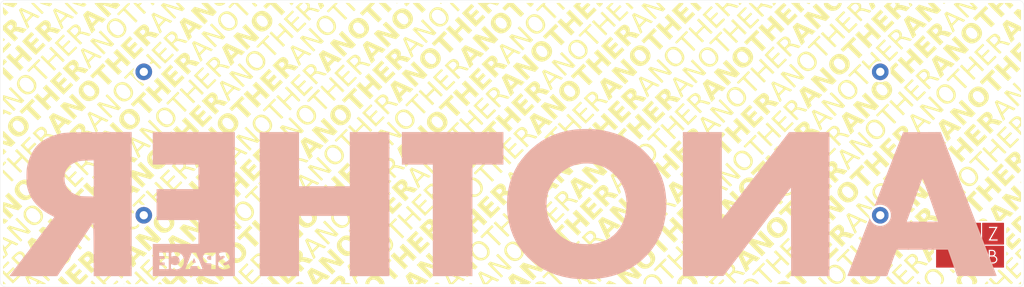
<source format=kicad_pcb>
(kicad_pcb (version 20240108) (generator "pcbnew") (generator_version "8.0")
  (layers (0 "F.Cu" signal) (31 "B.Cu" signal) (34 "B.Paste" user) (35 "F.Paste" user) (36 "B.SilkS" user "B.Silkscreen") (37 "F.SilkS" user "F.Silkscreen") (38 "B.Mask" user) (39 "F.Mask" user) (44 "Edge.Cuts" user))
  (net 0 "")
  (footprint "MountingHole:MountingHole_2.2mm_M2_Pad" (layer "F.Cu") (at 246.0625 58.7375)
    (property "Reference" "H2" (hide yes))
    (property "Value" "MountingHole")
    (pad "1" thru_hole circle (at 0 0) (size 4.4 4.4) (drill 2.2) (layers "*.Cu" "*.Mask"))
  )
  (footprint "LOGO" (layer "F.Cu") (at 148.43125 77.7875)
    (property "Reference" "G***" (hide yes))
    (property "Value" "LOGO" (hide yes))
  )
  (footprint "MountingHole:MountingHole_2.2mm_M2_Pad" (layer "F.Cu") (at 50.8 96.8375)
    (property "Reference" "H3" (hide yes))
    (property "Value" "MountingHole")
    (pad "1" thru_hole circle (at 0 0) (size 4.4 4.4) (drill 2.2) (layers "*.Cu" "*.Mask"))
  )
  (footprint "MountingHole:MountingHole_2.2mm_M2_Pad" (layer "F.Cu") (at 246.0625 96.8375)
    (property "Reference" "H4" (hide yes))
    (property "Value" "MountingHole")
    (pad "1" thru_hole circle (at 0 0) (size 4.4 4.4) (drill 2.2) (layers "*.Cu" "*.Mask"))
  )
  (footprint "MountingHole:MountingHole_2.2mm_M2_Pad" (layer "F.Cu") (at 50.8 58.7375)
    (property "Reference" "H1" (hide yes))
    (property "Value" "MountingHole")
    (pad "1" thru_hole circle (at 0 0) (size 4.4 4.4) (drill 2.2) (layers "*.Cu" "*.Mask"))
  )
  (footprint "graphics:mhz-logo-cu-mask" (layer "F.Cu") (at 269.875 104.65)
    (property "Reference" "REF**" (hide yes))
    (property "Value" "mhz-logo-cu-mask")
    (fp_poly (pts (xy -3.245521 0.3264) (xy -3.200605 0.371316) (xy -3.200605 3.185658) (xy -3.200605 6) (xy -3.245521 6.044916) (xy -3.290437 6.089832) (xy -6.104779 6.089832) (xy -8.919121 6.089832) (xy -8.964037 6.044916) (xy -9.008953 6) (xy -9.008953 3.185658) (xy -9.008953 0.371316) (xy -8.964037 0.3264) (xy -8.919121 0.281484) (xy -6.104779 0.281484) (xy -3.290437 0.281484)) (fill solid) (layer "F.Cu"))
    (fp_poly (pts (xy 5.730883 3.155193) (xy 5.882959 3.15575) (xy 6.007463 3.157313) (xy 6.107541 3.160003) (xy 6.18634 3.163945) (xy 6.247007 3.169261) (xy 6.29269 3.176074) (xy 6.299359 3.177426) (xy 6.452166 3.224286) (xy 6.587506 3.295567) (xy 6.703602 3.38964) (xy 6.798676 3.504874) (xy 6.870951 3.63964) (xy 6.903103 3.730811) (xy 6.919662 3.821372) (xy 6.924062 3.928133) (xy 6.916879 4.039325) (xy 6.898689 4.143181) (xy 6.879875 4.204796) (xy 6.818764 4.32457) (xy 6.732699 4.435287) (xy 6.627241 4.531533) (xy 6.507951 4.607894) (xy 6.430142 4.642632) (xy 6.374173 4.660917) (xy 6.311672 4.675621) (xy 6.238911 4.687067) (xy 6.152165 4.695576) (xy 6.047706 4.701472) (xy 5.921808 4.705076) (xy 5.770744 4.706712) (xy 5.687515 4.706892) (xy 5.266062 4.706892) (xy 5.266062 3.930909) (xy 5.266062 3.154926)) (fill solid) (layer "F.Cu"))
    (fp_poly (pts (xy 5.732307 1.665299) (xy 5.844928 1.668339) (xy 5.936087 1.674165) (xy 6.010398 1.683398) (xy 6.072479 1.696662) (xy 6.126943 1.714577) (xy 6.178407 1.737765) (xy 6.192563 1.745104) (xy 6.271601 1.797007) (xy 6.335968 1.863383) (xy 6.391538 1.950906) (xy 6.414474 1.997315) (xy 6.433764 2.042337) (xy 6.44599 2.082964) (xy 6.452691 2.128559) (xy 6.455408 2.188487) (xy 6.455759 2.248332) (xy 6.450124 2.36833) (xy 6.432038 2.466192) (xy 6.399025 2.548849) (xy 6.348608 2.623234) (xy 6.304745 2.671014) (xy 6.251671 2.719657) (xy 6.197818 2.758721) (xy 6.13911 2.789196) (xy 6.071467 2.812069) (xy 5.990813 2.828332) (xy 5.89307 2.838972) (xy 5.774159 2.844979) (xy 5.630004 2.847342) (xy 5.577223 2.84749) (xy 5.266062 2.847606) (xy 5.266062 2.256015) (xy 5.266062 1.664424) (xy 5.593609 1.664424)) (fill solid) (layer "F.Cu"))
    (fp_poly (pts (xy 2.854781 -5.773902) (xy 2.899697 -5.728986) (xy 2.899697 -2.914644) (xy 2.899697 -0.100302) (xy 2.854781 -0.055386) (xy 2.809865 -0.01047) (xy -0.004477 -0.01047) (xy -2.818819 -0.01047) (xy -2.863735 -0.055386) (xy -2.908651 -0.100302) (xy -2.908651 -2.914644) (xy -1.218391 -2.914644) (xy -1.218391 -1.08609) (xy -1.057048 -1.08609) (xy -0.895705 -1.08609) (xy -0.895705 -2.015857) (xy -0.895705 -2.945624) (xy -0.000635 -2.941659) (xy 0.894434 -2.937693) (xy 0.898396 -2.011892) (xy 0.902357 -1.08609) (xy 1.055897 -1.08609) (xy 1.209437 -1.08609) (xy 1.209437 -2.914644) (xy 1.209437 -4.743198) (xy 1.055777 -4.743198) (xy 0.902117 -4.743198) (xy 0.902117 -3.997947) (xy 0.902117 -3.252696) (xy 0.003206 -3.252696) (xy -0.895705 -3.252696) (xy -0.895705 -3.997947) (xy -0.895705 -4.743198) (xy -1.057048 -4.743198) (xy -1.218391 -4.743198) (xy -1.218391 -2.914644) (xy -2.908651 -2.914644) (xy -2.908651 -5.728986) (xy -2.863735 -5.773902) (xy -2.818819 -5.818818) (xy -0.004477 -5.818818) (xy 2.809865 -5.818818)) (fill solid) (layer "F.Cu"))
    (fp_poly (pts (xy 8.955084 0.3264) (xy 9 0.371316) (xy 9 3.185658) (xy 9 6) (xy 8.955084 6.044916) (xy 8.910168 6.089832) (xy 6.095826 6.089832) (xy 3.281483 6.089832) (xy 3.236567 6.044916) (xy 3.191651 6) (xy 3.191651 3.185658) (xy 4.943376 3.185658) (xy 4.943376 5.014212) (xy 5.56954 5.014096) (xy 5.721224 5.013662) (xy 5.862619 5.01247) (xy 5.990302 5.010594) (xy 6.10085 5.008112) (xy 6.19084 5.005101) (xy 6.256848 5.001636) (xy 6.294768 4.997907) (xy 6.469947 4.956111) (xy 6.635724 4.890303) (xy 6.786604 4.803191) (xy 6.917093 4.697481) (xy 6.92974 4.68506) (xy 7.041577 4.553681) (xy 7.127925 4.411486) (xy 7.189425 4.26144) (xy 7.226719 4.106509) (xy 7.240446 3.949657) (xy 7.231247 3.793851) (xy 7.199764 3.642054) (xy 7.146636 3.497233) (xy 7.072504 3.362353) (xy 6.97801 3.24038) (xy 6.863793 3.134277) (xy 6.730495 3.047011) (xy 6.578755 2.981547) (xy 6.560408 2.97563) (xy 6.504811 2.956831) (xy 6.464309 2.940281) (xy 6.44476 2.92852) (xy 6.44444 2.925398) (xy 6.462545 2.910896) (xy 6.496479 2.883902) (xy 6.528239 2.858707) (xy 6.618517 2.768104) (xy 6.690127 2.656122) (xy 6.741721 2.52677) (xy 6.771952 2.384056) (xy 6.779472 2.231988) (xy 6.772004 2.133685) (xy 6.738019 1.965458) (xy 6.680352 1.816659) (xy 6.599126 1.687468) (xy 6.494462 1.578065) (xy 6.366482 1.488629) (xy 6.318633 1.463272) (xy 6.262282 1.436778) (xy 6.208421 1.415039) (xy 6.153279 1.397597) (xy 6.093088 1.383989) (xy 6.024078 1.373757) (xy 5.942479 1.36644) (xy 5.844523 1.361577) (xy 5.72644 1.358709) (xy 5.584461 1.357376) (xy 5.449102 1.357104) (xy 4.943376 1.357104) (xy 4.943376 3.185658) (xy 3.191651 3.185658) (xy 3.191651 0.371316) (xy 3.236567 0.3264) (xy 3.281483 0.281484) (xy 6.095826 0.281484) (xy 8.910168 0.281484)) (fill solid) (layer "F.Cu"))
    (fp_poly (pts (xy 2.854781 0.3264) (xy 2.899697 0.371316) (xy 2.899697 3.185658) (xy 2.899697 6) (xy 2.854781 6.044916) (xy 2.809865 6.089832) (xy -0.004477 6.089832) (xy -2.818819 6.089832) (xy -2.863735 6.044916) (xy -2.908651 6) (xy -2.908651 3.185658) (xy -1.126195 3.185658) (xy -1.126195 5.014212) (xy -0.964852 5.014212) (xy -0.803509 5.014212) (xy -0.803509 4.141365) (xy -0.803509 3.268517) (xy -0.749058 3.215741) (xy -0.71246 3.185221) (xy -0.688866 3.176149) (xy -0.683752 3.179277) (xy -0.672924 3.193892) (xy -0.645006 3.231051) (xy -0.601471 3.288806) (xy -0.543791 3.365208) (xy -0.473441 3.458308) (xy -0.391892 3.566159) (xy -0.300617 3.686812) (xy -0.20109 3.818318) (xy -0.094782 3.958728) (xy 0.015927 4.104901) (xy 0.704752 5.014212) (xy 0.881172 5.014212) (xy 0.959341 5.013482) (xy 1.010576 5.011) (xy 1.038649 5.006326) (xy 1.047328 4.999021) (xy 1.046062 4.995005) (xy 1.035218 4.980009) (xy 1.007274 4.942353) (xy 0.963639 4.883911) (xy 0.905718 4.806559) (xy 0.834921 4.712171) (xy 0.752653 4.602622) (xy 0.660323 4.479786) (xy 0.559339 4.345539) (xy 0.451106 4.201754) (xy 0.337033 4.050307) (xy 0.287587 3.98469) (xy 0.17144 3.830527) (xy 0.060514 3.683198) (xy -0.043779 3.544584) (xy -0.140029 3.416562) (xy -0.226826 3.301013) (xy -0.302759 3.199816) (xy -0.366418 3.114849) (xy -0.416392 3.047991) (xy -0.451271 3.001122) (xy -0.469644 2.976121) (xy -0.472097 2.972596) (xy -0.467795 2.961351) (xy -0.448754 2.936253) (xy -0.414156 2.896447) (xy -0.363181 2.84108) (xy -0.295012 2.769296) (xy -0.208828 2.680242) (xy -0.103812 2.573064) (xy 0.020855 2.446908) (xy 0.165993 2.300919) (xy 0.312306 2.154357) (xy 1.109447 1.357104) (xy 0.90212 1.357104) (xy 0.694793 1.357104) (xy -0.054358 2.106138) (xy -0.803509 2.855172) (xy -0.803509 2.106138) (xy -0.803509 1.357104) (xy -0.964852 1.357104) (xy -1.126195 1.357104) (xy -1.126195 3.185658) (xy -2.908651 3.185658) (xy -2.908651 0.371316) (xy -2.863735 0.3264) (xy -2.818819 0.281484) (xy -0.004477 0.281484) (xy 2.809865 0.281484)) (fill solid) (layer "F.Cu"))
    (fp_poly (pts (xy 8.955084 -5.773902) (xy 9 -5.728986) (xy 9 -2.914644) (xy 9 -0.100302) (xy 8.955084 -0.055386) (xy 8.910168 -0.01047) (xy 6.095826 -0.01047) (xy 3.281483 -0.01047) (xy 3.236567 -0.055386) (xy 3.191651 -0.100302) (xy 3.191651 -1.108068) (xy 4.893828 -1.108068) (xy 4.896497 -1.103792) (xy 4.905216 -1.100108) (xy 4.921946 -1.096972) (xy 4.948648 -1.094341) (xy 4.987283 -1.092169) (xy 5.039811 -1.090414) (xy 5.108192 -1.089032) (xy 5.194389 -1.087978) (xy 5.30036 -1.087209) (xy 5.428068 -1.08668) (xy 5.579473 -1.086348) (xy 5.756534 -1.086169) (xy 5.961214 -1.086098) (xy 6.095285 -1.08609) (xy 7.30974 -1.08609) (xy 7.30974 -1.23975) (xy 7.30974 -1.39341) (xy 6.372414 -1.39341) (xy 6.205839 -1.393492) (xy 6.048727 -1.393727) (xy 5.903713 -1.394102) (xy 5.77343 -1.394602) (xy 5.660512 -1.395212) (xy 5.567593 -1.395918) (xy 5.497308 -1.396706) (xy 5.45229 -1.397562) (xy 5.435173 -1.39847) (xy 5.435088 -1.39854) (xy 5.442469 -1.412319) (xy 5.464007 -1.451257) (xy 5.498789 -1.513725) (xy 5.545903 -1.598098) (xy 5.604439 -1.702747) (xy 5.673483 -1.826047) (xy 5.752124 -1.966371) (xy 5.839451 -2.12209) (xy 5.934552 -2.29158) (xy 6.036515 -2.473212) (xy 6.144429 -2.66536) (xy 6.257381 -2.866396) (xy 6.357151 -3.043905) (xy 6.474009 -3.251792) (xy 6.586834 -3.452526) (xy 6.694693 -3.644449) (xy 6.796656 -3.8259) (xy 6.891789 -3.995221) (xy 6.979161 -4.150751) (xy 7.057839 -4.290831) (xy 7.126892 -4.413802) (xy 7.185387 -4.518003) (xy 7.232392 -4.601776) (xy 7.266975 -4.663461) (xy 7.288204 -4.701399) (xy 7.295018 -4.71367) (xy 7.297349 -4.71919) (xy 7.296676 -4.723975) (xy 7.29098 -4.728079) (xy 7.278243 -4.731552) (xy 7.256447 -4.734449) (xy 7.223574 -4.736821) (xy 7.177603 -4.73872) (xy 7.116518 -4.740199) (xy 7.0383 -4.741311) (xy 6.94093 -4.742108) (xy 6.822389 -4.742642) (xy 6.68066 -4.742965) (xy 6.513724 -4.743131) (xy 6.319562 -4.743191) (xy 6.15783 -4.743198) (xy 5.00484 -4.743198) (xy 5.00484 -4.589538) (xy 5.00484 -4.435878) (xy 5.896068 -4.435878) (xy 6.059357 -4.435656) (xy 6.212793 -4.435013) (xy 6.353706 -4.433992) (xy 6.47943 -4.432631) (xy 6.587296 -4.43097) (xy 6.674636 -4.42905) (xy 6.738784 -4.42691) (xy 6.77707 -4.424589) (xy 6.787296 -4.422566) (xy 6.779787 -4.40781) (xy 6.75788 -4.368044) (xy 6.7225 -4.304894) (xy 6.674575 -4.219987) (xy 6.615031 -4.114951) (xy 6.544796 -3.991412) (xy 6.464796 -3.850999) (xy 6.375959 -3.695336) (xy 6.27921 -3.526053) (xy 6.175478 -3.344775) (xy 6.065688 -3.153131) (xy 5.950768 -2.952746) (xy 5.848482 -2.774562) (xy 5.729643 -2.567623) (xy 5.614926 -2.367832) (xy 5.505275 -2.176838) (xy 5.401635 -1.996285) (xy 5.304949 -1.827819) (xy 5.216162 -1.673087) (xy 5.136219 -1.533735) (xy 5.066063 -1.411408) (xy 5.006638 -1.307752) (xy 4.95889 -1.224415) (xy 4.923763 -1.16304) (xy 4.9022 -1.125275) (xy 4.895249 -1.112981) (xy 4.893828 -1.108068) (xy 3.191651 -1.108068) (xy 3.191651 -2.914644) (xy 3.191651 -5.728986) (xy 3.236567 -5.773902) (xy 3.281483 -5.818818) (xy 6.095826 -5.818818) (xy 8.910168 -5.818818)) (fill solid) (layer "F.Cu"))
    (fp_poly (pts (xy -3.245521 -5.773902) (xy -3.200605 -5.728986) (xy -3.200605 -2.914644) (xy -3.200605 -0.100302) (xy -3.245521 -0.055386) (xy -3.290437 -0.01047) (xy -6.104779 -0.01047) (xy -8.919121 -0.01047) (xy -8.964037 -0.055386) (xy -9.008953 -0.100302) (xy -9.008953 -1.085379) (xy -8.283936 -1.085379) (xy -8.273995 -1.07752) (xy -8.248624 -1.073089) (xy -8.202621 -1.07114) (xy -8.135919 -1.070724) (xy -8.064511 -1.071379) (xy -8.018108 -1.073971) (xy -7.990999 -1.079445) (xy -7.977473 -1.088745) (xy -7.973157 -1.097615) (xy -7.96821 -1.116153) (xy -7.956219 -1.162329) (xy -7.937735 -1.234001) (xy -7.913305 -1.329028) (xy -7.883478 -1.445267) (xy -7.848804 -1.580578) (xy -7.80983 -1.732818) (xy -7.767107 -1.899846) (xy -7.721182 -2.079519) (xy -7.672604 -2.269697) (xy -7.621923 -2.468238) (xy -7.617929 -2.483891) (xy -7.567215 -2.682443) (xy -7.518602 -2.872403) (xy -7.472633 -3.051672) (xy -7.429851 -3.218151) (xy -7.390797 -3.369741) (xy -7.356014 -3.504342) (xy -7.326046 -3.619857) (xy -7.301433 -3.714185) (xy -7.282719 -3.785228) (xy -7.270447 -3.830887) (xy -7.265158 -3.849063) (xy -7.265037 -3.849284) (xy -7.256064 -3.840783) (xy -7.241477 -3.81215) (xy -7.237895 -3.803692) (xy -7.229195 -3.782266) (xy -7.209807 -3.734396) (xy -7.18056 -3.662131) (xy -7.142284 -3.567521) (xy -7.095806 -3.452613) (xy -7.041955 -3.319458) (xy -6.98156 -3.170105) (xy -6.915449 -3.006601) (xy -6.844451 -2.830997) (xy -6.769396 -2.64534) (xy -6.69111 -2.451681) (xy -6.665514 -2.388359) (xy -6.58681 -2.193872) (xy -6.511287 -2.007676) (xy -6.439747 -1.831721) (xy -6.372991 -1.667958) (xy -6.311819 -1.518336) (xy -6.257031 -1.384807) (xy -6.20943 -1.26932) (xy -6.169815 -1.173825) (xy -6.138987 -1.100273) (xy -6.117748 -1.050615) (xy -6.106897 -1.0268) (xy -6.105682 -1.024928) (xy -6.098837 -1.038901) (xy -6.081287 -1.079451) (xy -6.053823 -1.144655) (xy -6.017235 -1.232587) (xy -5.972312 -1.341323) (xy -5.919846 -1.46894) (xy -5.860627 -1.613513) (xy -5.795444 -1.773119) (xy -5.725089 -1.945832) (xy -5.65035 -2.129728) (xy -5.572019 -2.322885) (xy -5.529835 -2.427076) (xy -5.449849 -2.624603) (xy -5.37301 -2.814092) (xy -5.300114 -2.993596) (xy -5.231955 -3.16117) (xy -5.169328 -3.314867) (xy -5.113028 -3.452741) (xy -5.063851 -3.572848) (xy -5.022591 -3.67324) (xy -4.990044 -3.751973) (xy -4.967004 -3.807099) (xy -4.954267 -3.836674) (xy -4.951989 -3.841298) (xy -4.949832 -3.843345) (xy -4.947438 -3.843258) (xy -4.944368 -3.839367) (xy -4.940181 -3.830002) (xy -4.934437 -3.813492) (xy -4.926695 -3.788165) (xy -4.916516 -3.752353) (xy -4.90346 -3.704383) (xy -4.887085 -3.642585) (xy -4.866952 -3.565288) (xy -4.842621 -3.470823) (xy -4.813651 -3.357517) (xy -4.779603 -3.223701) (xy -4.740035 -3.067703) (xy -4.694509 -2.887854) (xy -4.642582 -2.682482) (xy -4.583816 -2.449916) (xy -4.547884 -2.307687) (xy -4.237331 -1.078407) (xy -4.080069 -1.074028) (xy -4.014775 -1.073228) (xy -3.962726 -1.074526) (xy -3.930342 -1.077645) (xy -3.922807 -1.080855) (xy -3.926543 -1.098074) (xy -3.937377 -1.14277) (xy -3.954747 -1.212757) (xy -3.978093 -1.305846) (xy -4.006855 -1.419851) (xy -4.040471 -1.552584) (xy -4.07838 -1.701857) (xy -4.120021 -1.865484) (xy -4.164834 -2.041277) (xy -4.212258 -2.227049) (xy -4.261731 -2.420612) (xy -4.312693 -2.619779) (xy -4.364584 -2.822363) (xy -4.416841 -3.026176) (xy -4.468905 -3.229031) (xy -4.520214 -3.428741) (xy -4.570207 -3.623118) (xy -4.618325 -3.809974) (xy -4.664004 -3.987123) (xy -4.706686 -4.152378) (xy -4.745809 -4.30355) (xy -4.780811 -4.438452) (xy -4.811133 -4.554898) (xy -4.836213 -4.6507) (xy -4.855491 -4.723669) (xy -4.868404 -4.77162) (xy -4.874394 -4.792365) (xy -4.874691 -4.793038) (xy -4.881655 -4.780668) (xy -4.899319 -4.741627) (xy -4.926921 -4.677756) (xy -4.963697 -4.590899) (xy -5.008887 -4.482897) (xy -5.061727 -4.355593) (xy -5.121455 -4.210829) (xy -5.187308 -4.050448) (xy -5.258523 -3.876292) (xy -5.334339 -3.690205) (xy -5.413993 -3.494027) (xy -5.490446 -3.305132) (xy -5.573044 -3.100898) (xy -5.652479 -2.904772) (xy -5.727988 -2.718621) (xy -5.798809 -2.544316) (xy -5.864177 -2.383724) (xy -5.92333 -2.238716) (xy -5.975504 -2.111159) (xy -6.019936 -2.002924) (xy -6.055863 -1.915877) (xy -6.082522 -1.85189) (xy -6.099149 -1.81283) (xy -6.104922 -1.800521) (xy -6.111702 -1.813742) (xy -6.129176 -1.853632) (xy -6.156583 -1.91834) (xy -6.193166 -2.006017) (xy -6.238165 -2.114813) (xy -6.290821 -2.242878) (xy -6.350375 -2.388362) (xy -6.416069 -2.549414) (xy -6.487143 -2.724186) (xy -6.562838 -2.910827) (xy -6.642396 -3.107488) (xy -6.719922 -3.29958) (xy -6.802434 -3.504081) (xy -6.881779 -3.700392) (xy -6.957197 -3.886655) (xy -7.02793 -4.061011) (xy -7.09322 -4.221602) (xy -7.152307 -4.366568) (xy -7.204434 -4.49405) (xy -7.248842 -4.602191) (xy -7.284771 -4.689132) (xy -7.311464 -4.753013) (xy -7.328161 -4.791977) (xy -7.334059 -4.804221) (xy -7.338415 -4.789711) (xy -7.349799 -4.747554) (xy -7.367665 -4.679885) (xy -7.391465 -4.588841) (xy -7.420652 -4.476558) (xy -7.454679 -4.345172) (xy -7.492998 -4.196819) (xy -7.535063 -4.033635) (xy -7.580326 -3.857756) (xy -7.628239 -3.671319) (xy -7.678256 -3.476459) (xy -7.72983 -3.275313) (xy -7.782412 -3.070016) (xy -7.835456 -2.862705) (xy -7.888415 -2.655516) (xy -7.940741 -2.450585) (xy -7.991888 -2.250048) (xy -8.041307 -2.056041) (xy -8.088451 -1.8707) (xy -8.132774 -1.696162) (xy -8.173729 -1.534562) (xy -8.210767 -1.388037) (xy -8.243341 -1.258723) (xy -8.270905 -1.148755) (xy -8.283651 -1.097615) (xy -8.283936 -1.085379) (xy -9.008953 -1.085379) (xy -9.008953 -2.914644) (xy -9.008953 -5.728986) (xy -8.964037 -5.773902) (xy -8.919121 -5.818818) (xy -6.104779 -5.818818) (xy -3.290437 -5.818818)) (fill solid) (layer "F.Cu"))
  )
  (footprint "LOGO" (layer "B.Cu") (at 148.43125 77.7875 180)
    (property "Reference" "G***" (hide yes))
    (property "Value" "LOGO" (hide yes))
  )
  (gr_arc (start 14.2875 115.8875) (mid 13.164953 115.422547) (end 12.7 114.3) (stroke (width 0.05)) (layer "Edge.Cuts"))
  (gr_line (start 284.1625 114.3) (end 284.1625 41.275) (stroke (width 0.05)) (layer "Edge.Cuts"))
  (gr_arc (start 12.7 41.275) (mid 13.164968 40.152468) (end 14.2875 39.6875) (stroke (width 0.05)) (layer "Edge.Cuts"))
  (gr_arc (start 284.1625 114.3) (mid 283.697517 115.422517) (end 282.575 115.8875) (stroke (width 0.05)) (layer "Edge.Cuts"))
  (gr_line (start 12.7 41.275) (end 12.7 114.3) (stroke (width 0.05)) (layer "Edge.Cuts"))
  (gr_line (start 282.575 39.6875) (end 14.2875 39.6875) (stroke (width 0.05)) (layer "Edge.Cuts"))
  (gr_line (start 14.2875 115.8875) (end 282.575 115.8875) (stroke (width 0.05)) (layer "Edge.Cuts"))
  (gr_arc (start 282.575 39.6875) (mid 283.697488 40.152512) (end 284.1625 41.275) (stroke (width 0.05)) (layer "Edge.Cuts"))
)
</source>
